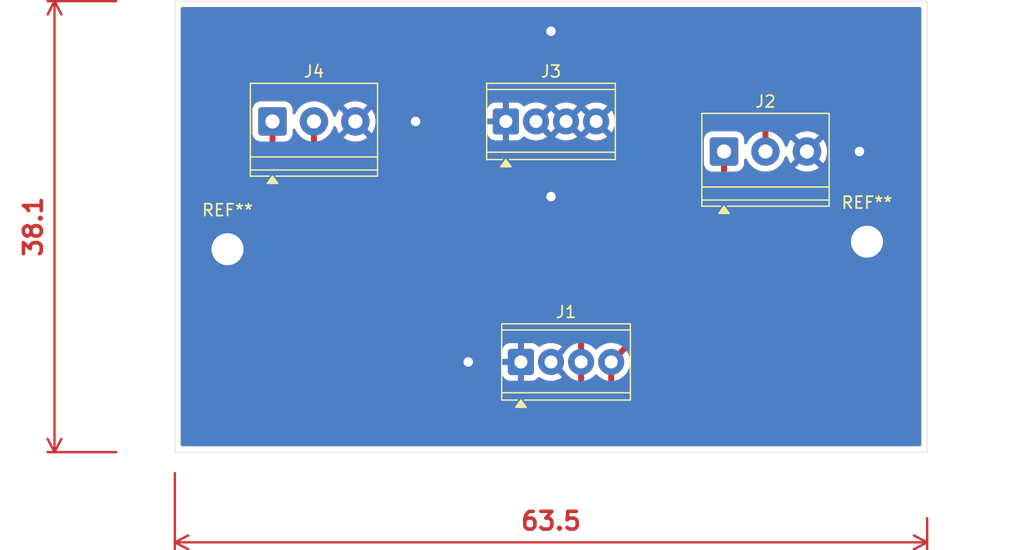
<source format=kicad_pcb>
(kicad_pcb (version 20241229) (generator "pcbnew") (generator_version "9.0")
  (layers (0 "F.Cu" signal) (2 "B.Cu" signal) (13 "F.Paste" user) (15 "B.Paste" user) (5 "F.SilkS" user "F.Silkscreen") (7 "B.SilkS" user "B.Silkscreen") (1 "F.Mask" user) (3 "B.Mask" user) (25 "Edge.Cuts" user))
  (net 0 "")
  (net 1 "-BATT")
  (net 2 "+BATT")
  (net 3 "GND")
  (footprint "TerminalBlock_Phoenix:TerminalBlock_Phoenix_PT-1,5-3-3.5-H_1x03_P3.50mm_Horizontal" (layer "F.Cu") (at 141.605 99.06)
    (property "Reference" "J2" (at 3.5 -4.22 0) (layer "F.SilkS"))
    (property "Value" "Screw_Terminal_01x03" (hide yes))
    (fp_line (start -1.87 -3.22) (end 8.87 -3.22) (stroke (width 0.12)) (layer "F.SilkS"))
    (fp_line (start -1.87 3) (end 8.87 3) (stroke (width 0.12)) (layer "F.SilkS"))
    (fp_line (start -1.87 4.1) (end 8.87 4.1) (stroke (width 0.12)) (layer "F.SilkS"))
    (fp_line (start -1.87 4.62) (end -1.87 -3.22) (stroke (width 0.12)) (layer "F.SilkS"))
    (fp_line (start -0.3 4.62) (end -1.87 4.62) (stroke (width 0.12)) (layer "F.SilkS"))
    (fp_line (start 8.87 -3.22) (end 8.87 4.62) (stroke (width 0.12)) (layer "F.SilkS"))
    (fp_line (start 8.87 4.62) (end 0.3 4.62) (stroke (width 0.12)) (layer "F.SilkS"))
    (fp_poly (pts (xy 0 4.62) (xy 0.44 5.23) (xy -0.44 5.23)) (stroke (width 0.12)) (fill yes) (layer "F.SilkS"))
    (pad "1" thru_hole roundrect (at 0 0) (size 2.4 2.4) (drill 1.2) (layers "*.Cu" "*.Mask") (roundrect_rratio 0.104167) (net 2 "+BATT"))
    (pad "2" thru_hole circle (at 3.5 0) (size 2.4 2.4) (drill 1.2) (layers "*.Cu" "*.Mask") (net 1 "-BATT"))
    (pad "3" thru_hole circle (at 7 0) (size 2.4 2.4) (drill 1.2) (layers "*.Cu" "*.Mask") (net 3 "GND"))
  )
  (footprint "MountingHole:MountingHole_2.7mm_M2.5_DIN965" (layer "F.Cu") (at 99.695 107.315)
    (property "Reference" "REF**" (at 0 -3.3 0) (layer "F.SilkS"))
    (property "Value" "MountingHole_2.7mm_M2.5_DIN965")
    (pad "" np_thru_hole circle (at 0 0) (size 2.7 2.7) (drill 2.7) (layers "*.Cu" "*.Mask"))
  )
  (footprint "TerminalBlock_Phoenix:TerminalBlock_Phoenix_MPT-0,5-4-2.54_1x04_P2.54mm_Horizontal" (layer "F.Cu") (at 123.19 96.52)
    (property "Reference" "J3" (at 3.81 -4.22 0) (layer "F.SilkS"))
    (property "Value" "Screw_Terminal_01x04")
    (fp_line (start -1.62 -3.22) (end 9.24 -3.22) (stroke (width 0.12)) (layer "F.SilkS"))
    (fp_line (start -1.62 -2.7) (end 9.24 -2.7) (stroke (width 0.12)) (layer "F.SilkS"))
    (fp_line (start -1.62 2.6) (end 9.24 2.6) (stroke (width 0.12)) (layer "F.SilkS"))
    (fp_line (start -1.62 3.22) (end -1.62 -3.22) (stroke (width 0.12)) (layer "F.SilkS"))
    (fp_line (start -0.3 3.22) (end -1.62 3.22) (stroke (width 0.12)) (layer "F.SilkS"))
    (fp_line (start 9.24 -3.22) (end 9.24 3.22) (stroke (width 0.12)) (layer "F.SilkS"))
    (fp_line (start 9.24 3.22) (end 0.3 3.22) (stroke (width 0.12)) (layer "F.SilkS"))
    (fp_poly (pts (xy 0 3.22) (xy 0.44 3.83) (xy -0.44 3.83)) (stroke (width 0.12)) (fill yes) (layer "F.SilkS"))
    (pad "1" thru_hole roundrect (at 0 0) (size 2.2 2.2) (drill 1.1) (layers "*.Cu" "*.Mask") (roundrect_rratio 0.113636) (net 3 "GND"))
    (pad "2" thru_hole circle (at 2.54 0) (size 2.2 2.2) (drill 1.1) (layers "*.Cu" "*.Mask") (net 3 "GND"))
    (pad "3" thru_hole circle (at 5.08 0) (size 2.2 2.2) (drill 1.1) (layers "*.Cu" "*.Mask") (net 3 "GND"))
    (pad "4" thru_hole circle (at 7.62 0) (size 2.2 2.2) (drill 1.1) (layers "*.Cu" "*.Mask") (net 3 "GND"))
  )
  (footprint "TerminalBlock_Phoenix:TerminalBlock_Phoenix_MPT-0,5-4-2.54_1x04_P2.54mm_Horizontal" (layer "F.Cu") (at 124.46 116.84)
    (property "Reference" "J1" (at 3.81 -4.22 0) (layer "F.SilkS"))
    (property "Value" "Screw_Terminal_01x04" (hide yes))
    (fp_line (start -1.62 -3.22) (end 9.24 -3.22) (stroke (width 0.12)) (layer "F.SilkS"))
    (fp_line (start -1.62 -2.7) (end 9.24 -2.7) (stroke (width 0.12)) (layer "F.SilkS"))
    (fp_line (start -1.62 2.6) (end 9.24 2.6) (stroke (width 0.12)) (layer "F.SilkS"))
    (fp_line (start -1.62 3.22) (end -1.62 -3.22) (stroke (width 0.12)) (layer "F.SilkS"))
    (fp_line (start -0.3 3.22) (end -1.62 3.22) (stroke (width 0.12)) (layer "F.SilkS"))
    (fp_line (start 9.24 -3.22) (end 9.24 3.22) (stroke (width 0.12)) (layer "F.SilkS"))
    (fp_line (start 9.24 3.22) (end 0.3 3.22) (stroke (width 0.12)) (layer "F.SilkS"))
    (fp_poly (pts (xy 0 3.22) (xy 0.44 3.83) (xy -0.44 3.83)) (stroke (width 0.12)) (fill yes) (layer "F.SilkS"))
    (pad "1" thru_hole roundrect (at 0 0) (size 2.2 2.2) (drill 1.1) (layers "*.Cu" "*.Mask") (roundrect_rratio 0.113636) (net 3 "GND"))
    (pad "2" thru_hole circle (at 2.54 0) (size 2.2 2.2) (drill 1.1) (layers "*.Cu" "*.Mask") (net 3 "GND"))
    (pad "3" thru_hole circle (at 5.08 0) (size 2.2 2.2) (drill 1.1) (layers "*.Cu" "*.Mask") (net 1 "-BATT"))
    (pad "4" thru_hole circle (at 7.62 0) (size 2.2 2.2) (drill 1.1) (layers "*.Cu" "*.Mask") (net 2 "+BATT"))
  )
  (footprint "TerminalBlock_Phoenix:TerminalBlock_Phoenix_PT-1,5-3-3.5-H_1x03_P3.50mm_Horizontal" (layer "F.Cu") (at 103.49 96.52)
    (property "Reference" "J4" (at 3.5 -4.22 0) (layer "F.SilkS"))
    (property "Value" "Screw_Terminal_01x03" (hide yes))
    (fp_line (start -1.87 -3.22) (end 8.87 -3.22) (stroke (width 0.12)) (layer "F.SilkS"))
    (fp_line (start -1.87 3) (end 8.87 3) (stroke (width 0.12)) (layer "F.SilkS"))
    (fp_line (start -1.87 4.1) (end 8.87 4.1) (stroke (width 0.12)) (layer "F.SilkS"))
    (fp_line (start -1.87 4.62) (end -1.87 -3.22) (stroke (width 0.12)) (layer "F.SilkS"))
    (fp_line (start -0.3 4.62) (end -1.87 4.62) (stroke (width 0.12)) (layer "F.SilkS"))
    (fp_line (start 8.87 -3.22) (end 8.87 4.62) (stroke (width 0.12)) (layer "F.SilkS"))
    (fp_line (start 8.87 4.62) (end 0.3 4.62) (stroke (width 0.12)) (layer "F.SilkS"))
    (fp_poly (pts (xy 0 4.62) (xy 0.44 5.23) (xy -0.44 5.23)) (stroke (width 0.12)) (fill yes) (layer "F.SilkS"))
    (pad "1" thru_hole roundrect (at 0 0) (size 2.4 2.4) (drill 1.2) (layers "*.Cu" "*.Mask") (roundrect_rratio 0.104167) (net 2 "+BATT"))
    (pad "2" thru_hole circle (at 3.5 0) (size 2.4 2.4) (drill 1.2) (layers "*.Cu" "*.Mask") (net 1 "-BATT"))
    (pad "3" thru_hole circle (at 7 0) (size 2.4 2.4) (drill 1.2) (layers "*.Cu" "*.Mask") (net 3 "GND"))
  )
  (footprint "MountingHole:MountingHole_2.7mm_M2.5_DIN965" (layer "F.Cu") (at 153.67 106.68)
    (property "Reference" "REF**" (at 0 -3.3 0) (layer "F.SilkS"))
    (property "Value" "MountingHole_2.7mm_M2.5_DIN965")
    (pad "" np_thru_hole circle (at 0 0) (size 2.7 2.7) (drill 2.7) (layers "*.Cu" "*.Mask"))
  )
  (gr_line (start 158.75 124.46) (end 95.25 124.46) (stroke (width 0.05)) (layer "Edge.Cuts"))
  (gr_line (start 158.75 86.36) (end 158.75 124.46) (stroke (width 0.05)) (layer "Edge.Cuts"))
  (gr_line (start 95.25 86.36) (end 158.75 86.36) (stroke (width 0.05)) (layer "Edge.Cuts"))
  (gr_line (start 95.25 124.46) (end 95.25 86.36) (stroke (width 0.05)) (layer "Edge.Cuts"))
  (gr_text "V+ V- GND\n" (at 97.79 92.71 0) (layer "F.Cu") (effects (font (size 2 2) (thickness 0.5) (bold yes)) (justify left bottom)))
  (gr_text "GND\n" (at 124.46 92.71 0) (layer "F.Cu") (effects (font (size 1.5 1.5) (thickness 0.3) (bold yes)) (justify left bottom)))
  (gr_text "GND V- V+\n" (at 136.525 93.98 0) (layer "F.Cu") (effects (font (size 2 2) (thickness 0.5) (bold yes)) (justify left bottom)))
  (gr_text "GND GND V- V+" (at 133.985 118.745 0) (layer "F.Cu") (effects (font (size 1.5 1.5) (thickness 0.375) (bold yes)) (justify left bottom)))
  (dimension (type orthogonal) (layer "F.Cu") (pts (xy 90.805 86.36) (xy 90.805 124.46)) (height -5.715) (orientation 1) (format (prefix "") (suffix "") (units 3) (units_format 0) (precision 4) (suppress_zeroes yes)) (style (thickness 0.2) (arrow_length 1.27) (text_position_mode 0) (arrow_direction outward) (extension_height 0.58642) (extension_offset 0.5) (keep_text_aligned yes)) (gr_text "38.1" (at 83.29 105.41 90) (layer "F.Cu") (effects (font (size 1.5 1.5) (thickness 0.3)))))
  (dimension (type orthogonal) (layer "F.Cu") (pts (xy 95.25 125.73) (xy 158.75 129.54)) (height 6.35) (orientation 0) (format (prefix "") (suffix "") (units 3) (units_format 0) (precision 4) (suppress_zeroes yes)) (style (thickness 0.2) (arrow_length 1.27) (text_position_mode 0) (arrow_direction outward) (extension_height 0.58642) (extension_offset 0.5) (keep_text_aligned yes)) (gr_text "63.5" (at 127 130.28 0) (layer "F.Cu") (effects (font (size 1.5 1.5) (thickness 0.3)))))
  (segment (start 106.99 117.15) (end 106.99 96.52) (width 0.5) (layer "F.Cu") (net 1))
  (segment (start 143.51 95.25) (end 145.105 96.845) (width 0.5) (layer "F.Cu") (net 1))
  (segment (start 145.105 96.845) (end 145.105 99.06) (width 0.5) (layer "F.Cu") (net 1))
  (segment (start 129.54 104.775) (end 139.065 95.25) (width 0.5) (layer "F.Cu") (net 1))
  (segment (start 128.27 120.015) (end 109.855 120.015) (width 0.5) (layer "F.Cu") (net 1))
  (segment (start 129.54 116.84) (end 129.54 104.775) (width 0.5) (layer "F.Cu") (net 1))
  (segment (start 109.855 120.015) (end 106.99 117.15) (width 0.5) (layer "F.Cu") (net 1))
  (segment (start 139.065 95.25) (end 143.51 95.25) (width 0.5) (layer "F.Cu") (net 1))
  (segment (start 129.54 118.745) (end 128.27 120.015) (width 0.5) (layer "F.Cu") (net 1))
  (segment (start 129.54 116.84) (end 129.54 118.745) (width 0.5) (layer "F.Cu") (net 1))
  (segment (start 130.175 121.92) (end 106.03 121.92) (width 0.5) (layer "F.Cu") (net 2))
  (segment (start 132.08 120.015) (end 130.175 121.92) (width 0.5) (layer "F.Cu") (net 2))
  (segment (start 103.49 119.38) (end 103.49 96.52) (width 0.5) (layer "F.Cu") (net 2))
  (segment (start 132.08 116.84) (end 141.605 107.315) (width 0.5) (layer "F.Cu") (net 2))
  (segment (start 106.03 121.92) (end 103.49 119.38) (width 0.5) (layer "F.Cu") (net 2))
  (segment (start 141.605 107.315) (end 141.605 99.06) (width 0.5) (layer "F.Cu") (net 2))
  (segment (start 132.08 116.84) (end 132.08 120.015) (width 0.5) (layer "F.Cu") (net 2))
  (via (at 153.035 99.06) (size 1) (drill 0.8) (layers "F.Cu" "B.Cu") (net 3))
  (via (at 127 88.9) (size 1) (drill 0.8) (layers "F.Cu" "B.Cu") (net 3))
  (via (at 115.57 96.52) (size 1) (drill 0.8) (layers "F.Cu" "B.Cu") (net 3))
  (via (at 120.015 116.84) (size 1) (drill 0.8) (layers "F.Cu" "B.Cu") (net 3))
  (via (at 127 102.87) (size 1) (drill 0.8) (layers "F.Cu" "B.Cu") (net 3))
  (zone (net 3) (net_name "GND") (layer "F.Cu") (priority 1) (connect_pads (clearance 0.5)) (min_thickness 0.25) (fill yes (thermal_gap 0.5) (thermal_bridge_width 0.5))
    (polygon (pts (xy 95.25 86.36) (xy 158.75 86.36) (xy 158.75 124.46) (xy 95.25 124.46)))
  )
  (zone (net 3) (net_name "GND") (layer "B.Cu") (connect_pads (clearance 0.5)) (min_thickness 0.25) (fill yes (thermal_gap 0.5) (thermal_bridge_width 0.5))
    (polygon (pts (xy 95.25 86.36) (xy 158.75 86.36) (xy 158.75 124.46) (xy 95.25 124.46)))
  )
)
</source>
